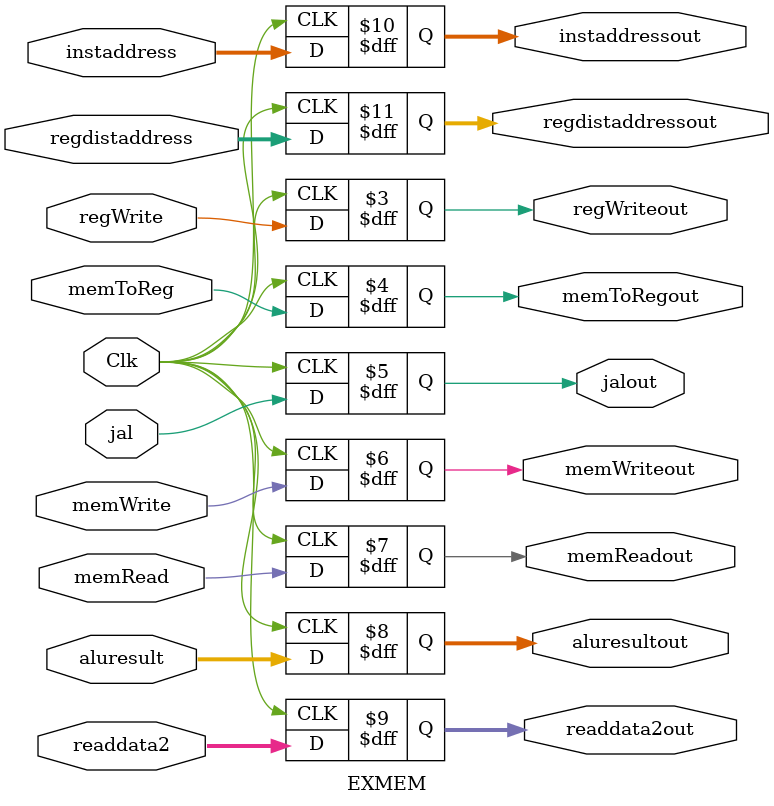
<source format=v>
`timescale 1ns / 1ps


module EXMEM(
    input Clk,
    input  regWrite,memToReg,memRead,memWrite,
                jal,
    input [31:0] instaddress,aluresult,readdata2,
    input [4:0] regdistaddress,
    output reg regWriteout,memToRegout,jalout,memWriteout,memReadout,
    output reg [31:0] aluresultout,readdata2out,instaddressout,
    output reg [4:0]regdistaddressout
    );
    initial begin
        regWriteout=0;
        memToRegout=0;
        jalout=0;
        aluresultout=0;
        readdata2out=0;
        instaddressout=0;
        regdistaddressout=0;
        memWriteout=0;
        memReadout=0;
   end
   always @ (posedge Clk)
   begin
            regWriteout<=regWrite;
            memToRegout<=memToReg;
            jalout<=jal;
            aluresultout<=aluresult;
            readdata2out<=readdata2;
            instaddressout<=instaddress;
            regdistaddressout<=regdistaddress;
            memWriteout<=memWrite;
            memReadout<=memRead;
   end
endmodule

</source>
